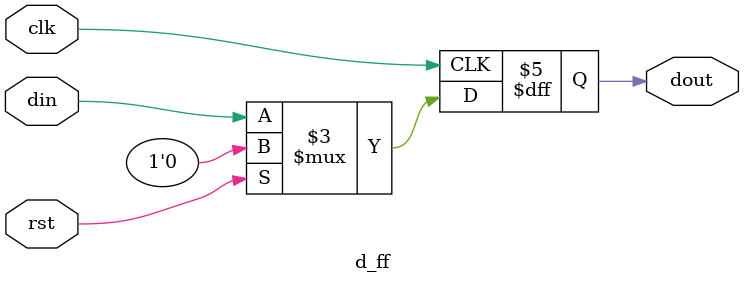
<source format=v>
`timescale 1ns / 1ps


module d_ff (
  input clk,din,rst,    
  output reg dout  
);

  always @(posedge clk) 
  begin
    if (rst) 
      dout <= 1'b0;
    else 
      dout <= din;
  end

endmodule
  

</source>
